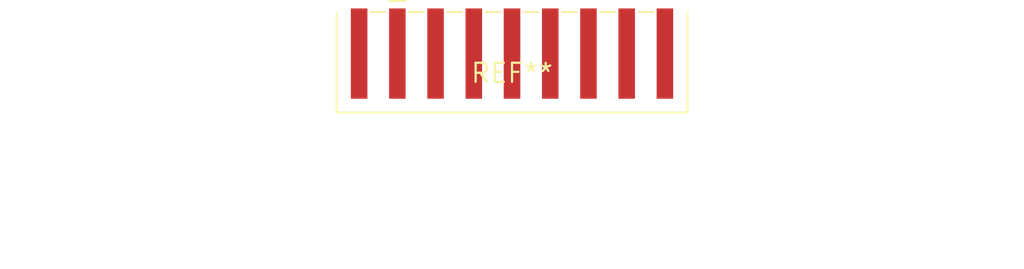
<source format=kicad_pcb>
(kicad_pcb (version 20240108) (generator pcbnew)
  (layers (0 "F.Cu" signal) (31 "B.Cu" signal) (34 "B.Paste" user) (35 "F.Paste" user) (36 "B.SilkS" user "B.Silkscreen") (37 "F.SilkS" user "F.Silkscreen") (38 "B.Mask" user) (39 "F.Mask" user) (44 "Edge.Cuts" user))
  (net 0 "")
  (footprint "Harting_har-flexicon_14110713002xxx_1x07-MP_P2.54mm_Horizontal" (layer "F.Cu") (at 0 0)
    (property "Reference" "REF**")
    (property "Value" "Harting_har-flexicon_14110713002xxx_1x07-MP_P2.54mm_Horizontal")
    (fp_line (start -11.655 -4.06) (end -11.655 2.61) (layer "F.SilkS") (stroke (width 0.12)))
    (fp_line (start -9.398 -4.06) (end -8.382 -4.06) (layer "F.SilkS") (stroke (width 0.12)))
    (fp_line (start -8.17 -4.8) (end -7.07 -4.8) (layer "F.SilkS") (stroke (width 0.12)))
    (fp_line (start -6.858 -4.06) (end -5.842 -4.06) (layer "F.SilkS") (stroke (width 0.12)))
    (fp_line (start -4.318 -4.06) (end -3.302 -4.06) (layer "F.SilkS") (stroke (width 0.12)))
    (fp_line (start -1.778 -4.06) (end -0.762 -4.06) (layer "F.SilkS") (stroke (width 0.12)))
    (fp_line (start 0.762 -4.06) (end 1.778 -4.06) (layer "F.SilkS") (stroke (width 0.12)))
    (fp_line (start 3.302 -4.06) (end 4.318 -4.06) (layer "F.SilkS") (stroke (width 0.12)))
    (fp_line (start 5.842 -4.06) (end 6.858 -4.06) (layer "F.SilkS") (stroke (width 0.12)))
    (fp_line (start 8.382 -4.06) (end 9.398 -4.06) (layer "F.SilkS") (stroke (width 0.12)))
    (fp_line (start 11.655 -4.06) (end 11.655 2.61) (layer "F.SilkS") (stroke (width 0.12)))
    (fp_line (start 11.655 2.61) (end -11.655 2.61) (layer "F.SilkS") (stroke (width 0.12)))
    (pad "" np_thru_hole circle (at -8.89 -1.5) (size 1 1) (drill 1) (layers *.Cu *.Mask))
    (pad "" np_thru_hole circle (at 8.89 -0.9) (size 1 1) (drill 1) (layers *.Cu *.Mask))
    (pad "1" smd rect (at -7.62 -1.3) (size 1.1 6) (layers "F.Cu" "F.Paste" "F.Mask"))
    (pad "2" smd rect (at -5.08 -1.3) (size 1.1 6) (layers "F.Cu" "F.Paste" "F.Mask"))
    (pad "3" smd rect (at -2.54 -1.3) (size 1.1 6) (layers "F.Cu" "F.Paste" "F.Mask"))
    (pad "4" smd rect (at 0 -1.3) (size 1.1 6) (layers "F.Cu" "F.Paste" "F.Mask"))
    (pad "5" smd rect (at 2.54 -1.3) (size 1.1 6) (layers "F.Cu" "F.Paste" "F.Mask"))
    (pad "6" smd rect (at 5.08 -1.3) (size 1.1 6) (layers "F.Cu" "F.Paste" "F.Mask"))
    (pad "7" smd rect (at 7.62 -1.3) (size 1.1 6) (layers "F.Cu" "F.Paste" "F.Mask"))
    (pad "MP" smd rect (at -10.16 -1.3) (size 1.1 6) (layers "F.Cu" "F.Paste" "F.Mask"))
    (pad "MP" smd rect (at 10.16 -1.3) (size 1.1 6) (layers "F.Cu" "F.Paste" "F.Mask"))
  )
)
</source>
